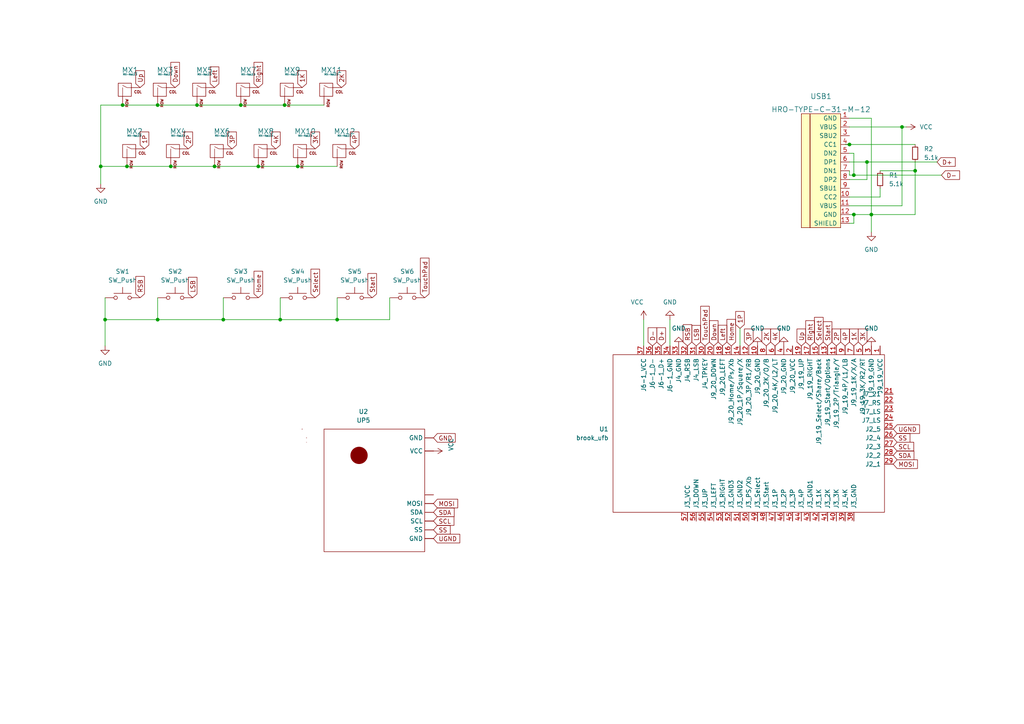
<source format=kicad_sch>
(kicad_sch (version 20211123) (generator eeschema)
  (paper "A4")
  (lib_symbols
    (symbol "Brook:UP5"
      (property "Reference" "U" (at 0 -1.27 0))
      (property "Value" "UP5" (at 26.67 -35.56 0))
      (symbol "UP5_0_1"
        (rectangle (start 3.81 2.54) (end 3.81 2.54))
        (rectangle (start 3.81 2.54) (end 3.81 2.54))
        (rectangle (start 3.81 2.54) (end 3.81 2.54))
        (rectangle (start 5.08 -1.27) (end 5.08 -1.27))
        (rectangle (start 5.08 0) (end 5.08 0))
        (rectangle (start 5.08 0) (end 5.08 0))
        (rectangle (start 10.16 2.54) (end 39.37 -33.02))
        (rectangle (start 20.32 -5.08) (end 20.32 -5.08) (stroke (width 5)))
      )
      (symbol "UP5_1_1"
        (pin bidirectional line (at 41.91 -16.51 180) (length 2.54) (name "") (number ""))
        (pin bidirectional line (at 41.91 -29.21 180) (length 2.54) (name "GND") (number ""))
        (pin bidirectional line (at 41.91 0 180) (length 2.54) (name "GND") (number ""))
        (pin bidirectional line (at 41.91 -19.05 180) (length 2.54) (name "MOSI") (number ""))
        (pin bidirectional line (at 41.91 -24.13 180) (length 2.54) (name "SCL") (number ""))
        (pin bidirectional line (at 41.91 -21.59 180) (length 2.54) (name "SDA") (number ""))
        (pin bidirectional line (at 41.91 -26.67 180) (length 2.54) (name "SS") (number ""))
        (pin bidirectional line (at 41.91 -3.81 180) (length 2.54) (name "VCC") (number ""))
      )
    )
    (symbol "Device:R_Small" (pin_numbers hide) (pin_names (offset 0.254) hide)
      (property "Reference" "R" (at 0.762 0.508 0))
      (property "Value" "R_Small" (at 0.762 -1.016 0))
      (symbol "R_Small_0_1"
        (rectangle (start -0.762 1.778) (end 0.762 -1.778) (stroke (width 0.2032)))
      )
      (symbol "R_Small_1_1"
        (pin passive line (at 0 2.54 270) (length 0.762) (name "~") (number "1"))
        (pin passive line (at 0 -2.54 90) (length 0.762) (name "~") (number "2"))
      )
    )
    (symbol "MX_Alps_Hybrid:MX-NoLED" (pin_names (offset 1.016))
      (property "Reference" "MX" (at -0.635 3.81 0))
      (property "Value" "MX-NoLED" (at -0.635 1.27 0))
      (symbol "MX-NoLED_0_0"
        (rectangle (start -2.54 2.54) (end 1.27 -1.27))
        (polyline (pts (xy -1.27 -1.27) (xy -1.27 1.27)) (stroke (width 0.127)))
        (polyline (pts (xy 1.27 1.27) (xy 0 1.27) (xy -1.27 1.905)) (stroke (width 0.127)))
        (text "COL" (at 3.175 0 0) (effects (font (size 0.762 0.762))))
        (text "ROW" (at 0 -1.905 900) (effects (font (size 0.762 0.762)) (justify right)))
      )
      (symbol "MX-NoLED_1_1"
        (pin passive line (at 3.81 1.27 180) (length 2.54) (name "COL") (number "1"))
        (pin passive line (at -1.27 -3.81 90) (length 2.54) (name "ROW") (number "2"))
      )
    )
    (symbol "Switch:SW_Push" (pin_numbers hide) (pin_names (offset 1.016) hide)
      (property "Reference" "SW" (at 1.27 2.54 0))
      (property "Value" "SW_Push" (at 0 -1.524 0))
      (symbol "SW_Push_0_1"
        (circle (center -2.032 0) (radius 0.508))
        (polyline (pts (xy 0 1.27) (xy 0 3.048)))
        (polyline (pts (xy 2.54 1.27) (xy -2.54 1.27)))
        (circle (center 2.032 0) (radius 0.508))
        (pin passive line (at -5.08 0 0) (length 2.54) (name "1") (number "1"))
        (pin passive line (at 5.08 0 180) (length 2.54) (name "2") (number "2"))
      )
    )
    (symbol "Type-C:HRO-TYPE-C-31-M-12" (pin_names (offset 1.016))
      (property "Reference" "USB" (at -5.08 16.51 0))
      (property "Value" "HRO-TYPE-C-31-M-12" (at -10.16 -1.27 90))
      (symbol "HRO-TYPE-C-31-M-12_0_1"
        (rectangle (start -11.43 15.24) (end -8.89 -17.78) (fill (type background)))
        (rectangle (start 0 -17.78) (end -8.89 15.24) (fill (type background)))
      )
      (symbol "HRO-TYPE-C-31-M-12_1_1"
        (pin input line (at 2.54 13.97 180) (length 2.54) (name "GND") (number "1"))
        (pin input line (at 2.54 -8.89 180) (length 2.54) (name "CC2") (number "10"))
        (pin input line (at 2.54 -11.43 180) (length 2.54) (name "VBUS") (number "11"))
        (pin input line (at 2.54 -13.97 180) (length 2.54) (name "GND") (number "12"))
        (pin input line (at 2.54 -16.51 180) (length 2.54) (name "SHIELD") (number "13"))
        (pin input line (at 2.54 11.43 180) (length 2.54) (name "VBUS") (number "2"))
        (pin input line (at 2.54 8.89 180) (length 2.54) (name "SBU2") (number "3"))
        (pin input line (at 2.54 6.35 180) (length 2.54) (name "CC1") (number "4"))
        (pin input line (at 2.54 3.81 180) (length 2.54) (name "DN2") (number "5"))
        (pin input line (at 2.54 1.27 180) (length 2.54) (name "DP1") (number "6"))
        (pin input line (at 2.54 -1.27 180) (length 2.54) (name "DN1") (number "7"))
        (pin input line (at 2.54 -3.81 180) (length 2.54) (name "DP2") (number "8"))
        (pin input line (at 2.54 -6.35 180) (length 2.54) (name "SBU1") (number "9"))
      )
    )
    (symbol "fight_board:brook_ufb" (pin_names (offset 1.016))
      (property "Reference" "U" (at 0 0 0))
      (property "Value" "brook_ufb" (at 0 0 0))
      (symbol "brook_ufb_0_1"
        (rectangle (start -39.37 22.86) (end 39.37 -22.86))
      )
      (symbol "brook_ufb_1_1"
        (pin input line (at 38.1 25.4 270) (length 2.54) (name "J9_19_VCC") (number "1"))
        (pin input line (at 2.54 25.4 270) (length 2.54) (name "J9_20_GND") (number "10"))
        (pin input line (at 25.4 25.4 270) (length 2.54) (name "J9_19_2P/Triangle/Y") (number "11"))
        (pin input line (at 0 25.4 270) (length 2.54) (name "J9_20_3P/R1/RB") (number "12"))
        (pin input line (at 22.86 25.4 270) (length 2.54) (name "J9_19_Start/Options") (number "13"))
        (pin input line (at -2.54 25.4 270) (length 2.54) (name "J9_20_1P/Square/X") (number "14"))
        (pin input line (at 20.32 25.4 270) (length 2.54) (name "J9_19_Select/Share/Back") (number "15"))
        (pin input line (at -5.08 25.4 270) (length 2.54) (name "J9_20_Home/Ps/Xb") (number "16"))
        (pin input line (at 17.78 25.4 270) (length 2.54) (name "J9_19_RIGHT") (number "17"))
        (pin input line (at -7.62 25.4 270) (length 2.54) (name "J9_20_LEFT") (number "18"))
        (pin input line (at 15.24 25.4 270) (length 2.54) (name "J9_19_UP") (number "19"))
        (pin input line (at 12.7 25.4 270) (length 2.54) (name "J9_20_VCC") (number "2"))
        (pin input line (at -10.16 25.4 270) (length 2.54) (name "J9_20_DOWN") (number "20"))
        (pin input line (at 41.91 11.43 180) (length 2.54) (name "J7_21") (number "21"))
        (pin input line (at 41.91 8.89 180) (length 2.54) (name "J7_RS") (number "22"))
        (pin input line (at 41.91 6.35 180) (length 2.54) (name "J7_LS") (number "23"))
        (pin input line (at 41.91 3.81 180) (length 2.54) (name "J7_LS") (number "24"))
        (pin input line (at 41.91 1.27 180) (length 2.54) (name "J2_5") (number "25"))
        (pin input line (at 41.91 -1.27 180) (length 2.54) (name "J2_4") (number "26"))
        (pin input line (at 41.91 -3.81 180) (length 2.54) (name "J2_3") (number "27"))
        (pin input line (at 41.91 -6.35 180) (length 2.54) (name "J2_2") (number "28"))
        (pin input line (at 41.91 -8.89 180) (length 2.54) (name "J2_1") (number "29"))
        (pin input line (at 35.56 25.4 270) (length 2.54) (name "J9_19_GND") (number "3"))
        (pin input line (at -12.7 25.4 270) (length 2.54) (name "J4_TPKEY") (number "30"))
        (pin input line (at -15.24 25.4 270) (length 2.54) (name "J4_LSB") (number "31"))
        (pin input line (at -17.78 25.4 270) (length 2.54) (name "J4_RSB") (number "32"))
        (pin input line (at -20.32 25.4 270) (length 2.54) (name "J4_GND") (number "33"))
        (pin input line (at -22.86 25.4 270) (length 2.54) (name "J6-1_GND") (number "34"))
        (pin input line (at -25.4 25.4 270) (length 2.54) (name "J6-1_D+") (number "35"))
        (pin input line (at -27.94 25.4 270) (length 2.54) (name "J6-1_D-") (number "36"))
        (pin input line (at -30.48 25.4 270) (length 2.54) (name "J6-1_VCC") (number "37"))
        (pin input line (at 30.48 -25.4 90) (length 2.54) (name "J3_GND") (number "38"))
        (pin input line (at 27.94 -25.4 90) (length 2.54) (name "J3_4K") (number "39"))
        (pin input line (at 10.16 25.4 270) (length 2.54) (name "J9_20_GND") (number "4"))
        (pin input line (at 25.4 -25.4 90) (length 2.54) (name "J3_3K") (number "40"))
        (pin input line (at 22.86 -25.4 90) (length 2.54) (name "J3_2K") (number "41"))
        (pin input line (at 20.32 -25.4 90) (length 2.54) (name "J3_1K") (number "42"))
        (pin input line (at 17.78 -25.4 90) (length 2.54) (name "J3_GND1") (number "43"))
        (pin input line (at 15.24 -25.4 90) (length 2.54) (name "J3_4P") (number "44"))
        (pin input line (at 12.7 -25.4 90) (length 2.54) (name "J3_3P") (number "45"))
        (pin input line (at 10.16 -25.4 90) (length 2.54) (name "J3_2P") (number "46"))
        (pin input line (at 7.62 -25.4 90) (length 2.54) (name "J3_1P") (number "47"))
        (pin input line (at 5.08 -25.4 90) (length 2.54) (name "J3_Start") (number "48"))
        (pin input line (at 2.54 -25.4 90) (length 2.54) (name "J3_Select") (number "49"))
        (pin input line (at 33.02 25.4 270) (length 2.54) (name "J9_19_3K/R2/RT") (number "5"))
        (pin input line (at 0 -25.4 90) (length 2.54) (name "J3_PS/Xb") (number "50"))
        (pin input line (at -2.54 -25.4 90) (length 2.54) (name "J3_GND2") (number "51"))
        (pin input line (at -5.08 -25.4 90) (length 2.54) (name "J3_GND3") (number "52"))
        (pin input line (at -7.62 -25.4 90) (length 2.54) (name "J3_RIGHT") (number "53"))
        (pin input line (at -10.16 -25.4 90) (length 2.54) (name "J3_LEFT") (number "54"))
        (pin input line (at -12.7 -25.4 90) (length 2.54) (name "J3_UP") (number "55"))
        (pin input line (at -15.24 -25.4 90) (length 2.54) (name "J3_DOWN") (number "56"))
        (pin input line (at -17.78 -25.4 90) (length 2.54) (name "J3_VCC") (number "57"))
        (pin input line (at 7.62 25.4 270) (length 2.54) (name "J9_20_4K/L2/LT") (number "6"))
        (pin input line (at 30.48 25.4 270) (length 2.54) (name "J9_19_1K/X/A") (number "7"))
        (pin input line (at 5.08 25.4 270) (length 2.54) (name "J9_20_2K/O/B") (number "8"))
        (pin input line (at 27.94 25.4 270) (length 2.54) (name "J9_19_4P/L1/LB") (number "9"))
      )
    )
    (symbol "power:GND" (power) (pin_names (offset 0))
      (property "Value" "GND" (at 0 -3.81 0))
      (symbol "GND_0_1"
        (polyline (pts (xy 0 0) (xy 0 -1.27) (xy 1.27 -1.27) (xy 0 -2.54) (xy -1.27 -1.27) (xy 0 -1.27)))
      )
      (symbol "GND_1_1"
        (pin power_in line (at 0 0 270) (length 0) hide (name "GND") (number "1"))
      )
    )
    (symbol "power:VCC" (power) (pin_names (offset 0))
      (property "Value" "VCC" (at 0 3.81 0))
      (symbol "VCC_0_1"
        (polyline (pts (xy -0.762 1.27) (xy 0 2.54)))
        (polyline (pts (xy 0 0) (xy 0 2.54)))
        (polyline (pts (xy 0 2.54) (xy 0.762 1.27)))
      )
      (symbol "VCC_1_1"
        (pin power_in line (at 0 0 90) (length 0) hide (name "VCC") (number "1"))
      )
    )
  )
  (junction (at 45.72 30.48))
  (junction (at 82.55 30.48))
  (junction (at 29.21 48.26))
  (junction (at 247.65 50.8))
  (junction (at 261.62 36.83))
  (junction (at 251.46 46.99))
  (junction (at 69.85 30.48))
  (junction (at 86.36 48.26))
  (junction (at 57.15 30.48))
  (junction (at 265.43 49.53))
  (junction (at 49.53 48.26))
  (junction (at 74.93 48.26))
  (junction (at 35.56 30.48))
  (junction (at 30.48 92.71))
  (junction (at 97.79 92.71))
  (junction (at 62.23 48.26))
  (junction (at 81.28 92.71))
  (junction (at 246.38 41.91))
  (junction (at 252.73 62.23))
  (junction (at 64.77 92.71))
  (junction (at 247.65 62.23))
  (junction (at 36.83 48.26))
  (junction (at 45.72 92.71))
  (wire (pts (xy 29.21 48.26) (xy 36.83 48.26)))
  (wire (pts (xy 246.38 44.45) (xy 247.65 44.45)))
  (wire (pts (xy 82.55 30.48) (xy 93.98 30.48)))
  (wire (pts (xy 246.38 50.8) (xy 246.38 49.53)))
  (wire (pts (xy 35.56 30.48) (xy 45.72 30.48)))
  (wire (pts (xy 246.38 46.99) (xy 251.46 46.99)))
  (wire (pts (xy 45.72 86.36) (xy 45.72 92.71)))
  (wire (pts (xy 261.62 59.69) (xy 261.62 36.83)))
  (wire (pts (xy 69.85 30.48) (xy 82.55 30.48)))
  (wire (pts (xy 97.79 86.36) (xy 97.79 92.71)))
  (wire (pts (xy 36.83 48.26) (xy 49.53 48.26)))
  (wire (pts (xy 74.93 48.26) (xy 86.36 48.26)))
  (wire (pts (xy 246.38 64.77) (xy 247.65 64.77)))
  (wire (pts (xy 81.28 92.71) (xy 97.79 92.71)))
  (wire (pts (xy 29.21 48.26) (xy 29.21 53.34)))
  (wire (pts (xy 186.69 92.71) (xy 186.69 100.33)))
  (wire (pts (xy 246.38 52.07) (xy 251.46 52.07)))
  (wire (pts (xy 265.43 62.23) (xy 252.73 62.23)))
  (wire (pts (xy 255.27 54.61) (xy 255.27 57.15)))
  (wire (pts (xy 49.53 48.26) (xy 62.23 48.26)))
  (wire (pts (xy 246.38 36.83) (xy 261.62 36.83)))
  (wire (pts (xy 246.38 34.29) (xy 252.73 34.29)))
  (wire (pts (xy 246.38 57.15) (xy 255.27 57.15)))
  (wire (pts (xy 64.77 92.71) (xy 45.72 92.71)))
  (wire (pts (xy 64.77 86.36) (xy 64.77 92.71)))
  (wire (pts (xy 246.38 50.8) (xy 247.65 50.8)))
  (wire (pts (xy 81.28 92.71) (xy 64.77 92.71)))
  (wire (pts (xy 246.38 59.69) (xy 261.62 59.69)))
  (wire (pts (xy 247.65 62.23) (xy 252.73 62.23)))
  (wire (pts (xy 194.31 92.71) (xy 194.31 100.33)))
  (wire (pts (xy 251.46 46.99) (xy 271.78 46.99)))
  (wire (pts (xy 30.48 86.36) (xy 30.48 92.71)))
  (wire (pts (xy 247.65 50.8) (xy 273.05 50.8)))
  (wire (pts (xy 245.11 41.91) (xy 246.38 41.91)))
  (wire (pts (xy 246.38 41.91) (xy 265.43 41.91)))
  (wire (pts (xy 247.65 44.45) (xy 247.65 50.8)))
  (wire (pts (xy 252.73 67.31) (xy 252.73 62.23)))
  (wire (pts (xy 261.62 36.83) (xy 262.89 36.83)))
  (wire (pts (xy 251.46 52.07) (xy 251.46 46.99)))
  (wire (pts (xy 30.48 92.71) (xy 30.48 100.33)))
  (wire (pts (xy 57.15 30.48) (xy 69.85 30.48)))
  (wire (pts (xy 45.72 30.48) (xy 57.15 30.48)))
  (wire (pts (xy 62.23 48.26) (xy 74.93 48.26)))
  (wire (pts (xy 265.43 46.99) (xy 265.43 49.53)))
  (wire (pts (xy 255.27 49.53) (xy 265.43 49.53)))
  (wire (pts (xy 86.36 48.26) (xy 97.79 48.26)))
  (wire (pts (xy 113.03 86.36) (xy 113.03 92.71)))
  (wire (pts (xy 29.21 30.48) (xy 29.21 48.26)))
  (wire (pts (xy 265.43 49.53) (xy 265.43 62.23)))
  (wire (pts (xy 252.73 62.23) (xy 252.73 34.29)))
  (wire (pts (xy 45.72 92.71) (xy 30.48 92.71)))
  (wire (pts (xy 247.65 64.77) (xy 247.65 62.23)))
  (wire (pts (xy 246.38 62.23) (xy 247.65 62.23)))
  (wire (pts (xy 214.63 95.25) (xy 214.63 100.33)))
  (wire (pts (xy 113.03 92.71) (xy 97.79 92.71)))
  (wire (pts (xy 29.21 30.48) (xy 35.56 30.48)))
  (wire (pts (xy 81.28 86.36) (xy 81.28 92.71)))
  (global_label "SCL" (shape input) (at 125.73 151.13 0) (property "Intersheet References" "${INTERSHEET_REFS}" (effects hide)))
  (global_label "1P" (shape input) (at 214.63 95.25 90) (property "Intersheet References" "${INTERSHEET_REFS}" (effects hide)))
  (global_label "Right" (shape input) (at 234.95 100.33 90) (property "Intersheet References" "${INTERSHEET_REFS}" (effects hide)))
  (global_label "SS" (shape input) (at 259.08 127 0) (property "Intersheet References" "${INTERSHEET_REFS}" (effects hide)))
  (global_label "3P" (shape input) (at 217.17 100.33 90) (property "Intersheet References" "${INTERSHEET_REFS}" (effects hide)))
  (global_label "UGND" (shape input) (at 259.08 124.46 0) (property "Intersheet References" "${INTERSHEET_REFS}" (effects hide)))
  (global_label "RSB" (shape input) (at 40.64 86.36 90) (property "Intersheet References" "${INTERSHEET_REFS}" (effects hide)))
  (global_label "Right" (shape input) (at 74.93 25.4 90) (property "Intersheet References" "${INTERSHEET_REFS}" (effects hide)))
  (global_label "SCL" (shape input) (at 259.08 129.54 0) (property "Intersheet References" "${INTERSHEET_REFS}" (effects hide)))
  (global_label "Left" (shape input) (at 62.23 25.4 90) (property "Intersheet References" "${INTERSHEET_REFS}" (effects hide)))
  (global_label "D+" (shape input) (at 271.78 46.99 0) (property "Intersheet References" "${INTERSHEET_REFS}" (effects hide)))
  (global_label "1K" (shape input) (at 87.63 25.4 90) (property "Intersheet References" "${INTERSHEET_REFS}" (effects hide)))
  (global_label "MOSI" (shape input) (at 259.08 134.62 0) (property "Intersheet References" "${INTERSHEET_REFS}" (effects hide)))
  (global_label "SS" (shape input) (at 125.73 153.67 0) (property "Intersheet References" "${INTERSHEET_REFS}" (effects hide)))
  (global_label "2P" (shape input) (at 54.61 43.18 90) (property "Intersheet References" "${INTERSHEET_REFS}" (effects hide)))
  (global_label "Home" (shape input) (at 212.09 100.33 90) (property "Intersheet References" "${INTERSHEET_REFS}" (effects hide)))
  (global_label "UGND" (shape input) (at 125.73 156.21 0) (property "Intersheet References" "${INTERSHEET_REFS}" (effects hide)))
  (global_label "Up" (shape input) (at 40.64 25.4 90) (property "Intersheet References" "${INTERSHEET_REFS}" (effects hide)))
  (global_label "SDA" (shape input) (at 259.08 132.08 0) (property "Intersheet References" "${INTERSHEET_REFS}" (effects hide)))
  (global_label "2K" (shape input) (at 99.06 25.4 90) (property "Intersheet References" "${INTERSHEET_REFS}" (effects hide)))
  (global_label "4P" (shape input) (at 102.87 43.18 90) (property "Intersheet References" "${INTERSHEET_REFS}" (effects hide)))
  (global_label "SDA" (shape input) (at 125.73 148.59 0) (property "Intersheet References" "${INTERSHEET_REFS}" (effects hide)))
  (global_label "3P" (shape input) (at 67.31 43.18 90) (property "Intersheet References" "${INTERSHEET_REFS}" (effects hide)))
  (global_label "D+" (shape input) (at 191.77 100.33 90) (property "Intersheet References" "${INTERSHEET_REFS}" (effects hide)))
  (global_label "Home" (shape input) (at 74.93 86.36 90) (property "Intersheet References" "${INTERSHEET_REFS}" (effects hide)))
  (global_label "LSB" (shape input) (at 55.88 86.36 90) (property "Intersheet References" "${INTERSHEET_REFS}" (effects hide)))
  (global_label "2P" (shape input) (at 242.57 100.33 90) (property "Intersheet References" "${INTERSHEET_REFS}" (effects hide)))
  (global_label "Start" (shape input) (at 107.95 86.36 90) (property "Intersheet References" "${INTERSHEET_REFS}" (effects hide)))
  (global_label "2K" (shape input) (at 222.25 100.33 90) (property "Intersheet References" "${INTERSHEET_REFS}" (effects hide)))
  (global_label "Start" (shape input) (at 240.03 100.33 90) (property "Intersheet References" "${INTERSHEET_REFS}" (effects hide)))
  (global_label "1K" (shape input) (at 247.65 100.33 90) (property "Intersheet References" "${INTERSHEET_REFS}" (effects hide)))
  (global_label "RSB" (shape input) (at 199.39 100.33 90) (property "Intersheet References" "${INTERSHEET_REFS}" (effects hide)))
  (global_label "1P" (shape input) (at 41.91 43.18 90) (property "Intersheet References" "${INTERSHEET_REFS}" (effects hide)))
  (global_label "Select" (shape input) (at 237.49 100.33 90) (property "Intersheet References" "${INTERSHEET_REFS}" (effects hide)))
  (global_label "Select" (shape input) (at 91.44 86.36 90) (property "Intersheet References" "${INTERSHEET_REFS}" (effects hide)))
  (global_label "D-" (shape input) (at 189.23 100.33 90) (property "Intersheet References" "${INTERSHEET_REFS}" (effects hide)))
  (global_label "4P" (shape input) (at 245.11 100.33 90) (property "Intersheet References" "${INTERSHEET_REFS}" (effects hide)))
  (global_label "MOSI" (shape input) (at 125.73 146.05 0) (property "Intersheet References" "${INTERSHEET_REFS}" (effects hide)))
  (global_label "LSB" (shape input) (at 201.93 100.33 90) (property "Intersheet References" "${INTERSHEET_REFS}" (effects hide)))
  (global_label "4K" (shape input) (at 80.01 43.18 90) (property "Intersheet References" "${INTERSHEET_REFS}" (effects hide)))
  (global_label "D-" (shape input) (at 273.05 50.8 0) (property "Intersheet References" "${INTERSHEET_REFS}" (effects hide)))
  (global_label "Down" (shape input) (at 207.01 100.33 90) (property "Intersheet References" "${INTERSHEET_REFS}" (effects hide)))
  (global_label "Down" (shape input) (at 50.8 25.4 90) (property "Intersheet References" "${INTERSHEET_REFS}" (effects hide)))
  (global_label "3K" (shape input) (at 250.19 100.33 90) (property "Intersheet References" "${INTERSHEET_REFS}" (effects hide)))
  (global_label "Up" (shape input) (at 232.41 100.33 90) (property "Intersheet References" "${INTERSHEET_REFS}" (effects hide)))
  (global_label "GND" (shape input) (at 125.73 127 0) (property "Intersheet References" "${INTERSHEET_REFS}" (effects hide)))
  (global_label "3K" (shape input) (at 91.44 43.18 90) (property "Intersheet References" "${INTERSHEET_REFS}" (effects hide)))
  (global_label "Left" (shape input) (at 209.55 100.33 90) (property "Intersheet References" "${INTERSHEET_REFS}" (effects hide)))
  (global_label "TouchPad" (shape input) (at 204.47 100.33 90) (property "Intersheet References" "${INTERSHEET_REFS}" (effects hide)))
  (global_label "4K" (shape input) (at 224.79 100.33 90) (property "Intersheet References" "${INTERSHEET_REFS}" (effects hide)))
  (global_label "TouchPad" (shape input) (at 123.19 86.36 90) (property "Intersheet References" "${INTERSHEET_REFS}" (effects hide)))
  (symbol (lib_id "power:GND") (at 252.73 67.31 0) (unit 1)
    (property "Reference" "#PWR0105" (effects hide))
    (property "Value" "GND" (at 252.73 72.39 0))
  )
  (symbol (lib_id "power:VCC") (at 125.73 130.81 270) (unit 1)
    (property "Reference" "#PWR0109" (effects hide))
    (property "Value" "VCC" (at 130.81 127 0) (effects (justify left)))
  )
  (symbol (lib_id "Switch:SW_Push") (at 35.56 86.36 0) (unit 1)
    (property "Reference" "SW1" (at 35.56 78.74 0))
    (property "Value" "SW_Push" (at 35.56 81.28 0))
    (property "Footprint" "Button_Switch_THT:SW_PUSH_6mm_H8.5mm" (effects hide))
  )
  (symbol (lib_id "power:GND") (at 219.71 100.33 180) (unit 1)
    (property "Reference" "#PWR0107" (effects hide))
    (property "Value" "GND" (at 219.71 95.25 0))
  )
  (symbol (lib_id "Switch:SW_Push") (at 118.11 86.36 0) (unit 1)
    (property "Reference" "SW6" (at 118.11 78.74 0))
    (property "Value" "SW_Push" (at 118.11 81.28 0))
    (property "Footprint" "Button_Switch_THT:SW_PUSH_6mm_H8.5mm" (effects hide))
  )
  (symbol (lib_id "MX_Alps_Hybrid:MX-NoLED") (at 63.5 44.45 0) (unit 1)
    (property "Reference" "MX6" (at 64.3856 38.1 0) (effects (font (size 1.524 1.524))))
    (property "Value" "MX-NoLED" (at 64.3856 39.37 0) (effects (font (size 0.508 0.508))))
    (property "Footprint" "Switch_Keyboard_Kailh:SW_Kailh_Choc_V2" (effects hide))
  )
  (symbol (lib_id "MX_Alps_Hybrid:MX-NoLED") (at 38.1 44.45 0) (unit 1)
    (property "Reference" "MX2" (at 38.9856 38.1 0) (effects (font (size 1.524 1.524))))
    (property "Value" "MX-NoLED" (at 38.9856 39.37 0) (effects (font (size 0.508 0.508))))
    (property "Footprint" "Switch_Keyboard_Kailh:SW_Kailh_Choc_V2" (effects hide))
  )
  (symbol (lib_id "power:VCC") (at 262.89 36.83 270) (unit 1)
    (property "Reference" "#PWR0108" (effects hide))
    (property "Value" "VCC" (at 266.7 36.8299 90) (effects (justify left)))
  )
  (symbol (lib_id "Device:R_Small") (at 265.43 44.45 0) (unit 1)
    (property "Reference" "R2" (at 267.97 43.1799 0) (effects (justify left)))
    (property "Value" "5.1k" (at 267.97 45.7199 0) (effects (justify left)))
    (property "Footprint" "Resistor_SMD:R_0805_2012Metric_Pad1.20x1.40mm_HandSolder" (effects hide))
  )
  (symbol (lib_id "MX_Alps_Hybrid:MX-NoLED") (at 58.42 26.67 0) (unit 1)
    (property "Reference" "MX5" (at 59.3056 20.32 0) (effects (font (size 1.524 1.524))))
    (property "Value" "MX-NoLED" (at 59.3056 21.59 0) (effects (font (size 0.508 0.508))))
    (property "Footprint" "Switch_Keyboard_Kailh:SW_Kailh_Choc_V2" (effects hide))
  )
  (symbol (lib_id "Switch:SW_Push") (at 69.85 86.36 0) (unit 1)
    (property "Reference" "SW3" (at 69.85 78.74 0))
    (property "Value" "SW_Push" (at 69.85 81.28 0))
    (property "Footprint" "Button_Switch_THT:SW_PUSH_6mm_H8.5mm" (effects hide))
  )
  (symbol (lib_id "power:VCC") (at 186.69 92.71 0) (unit 1)
    (property "Reference" "#PWR0101" (effects hide))
    (property "Value" "VCC" (at 182.88 87.63 0) (effects (justify left)))
  )
  (symbol (lib_id "Switch:SW_Push") (at 50.8 86.36 0) (unit 1)
    (property "Reference" "SW2" (at 50.8 78.74 0))
    (property "Value" "SW_Push" (at 50.8 81.28 0))
    (property "Footprint" "Button_Switch_THT:SW_PUSH_6mm_H8.5mm" (effects hide))
  )
  (symbol (lib_id "Switch:SW_Push") (at 86.36 86.36 0) (unit 1)
    (property "Reference" "SW4" (at 86.36 78.74 0))
    (property "Value" "SW_Push" (at 86.36 81.28 0))
    (property "Footprint" "Button_Switch_THT:SW_PUSH_6mm_H8.5mm" (effects hide))
  )
  (symbol (lib_id "power:GND") (at 227.33 100.33 180) (unit 1)
    (property "Reference" "#PWR0106" (effects hide))
    (property "Value" "GND" (at 227.33 95.25 0))
  )
  (symbol (lib_id "MX_Alps_Hybrid:MX-NoLED") (at 46.99 26.67 0) (unit 1)
    (property "Reference" "MX3" (at 47.8756 20.32 0) (effects (font (size 1.524 1.524))))
    (property "Value" "MX-NoLED" (at 47.8756 21.59 0) (effects (font (size 0.508 0.508))))
    (property "Footprint" "Switch_Keyboard_Kailh:SW_Kailh_Choc_V2" (effects hide))
  )
  (symbol (lib_id "fight_board:brook_ufb") (at 217.17 125.73 0) (unit 1)
    (property "Reference" "U1" (at 176.53 124.4599 0) (effects (justify right)))
    (property "Value" "brook_ufb" (at 176.53 126.9999 0) (effects (justify right)))
    (property "Footprint" "Brook_UFB:Brook_Universal_Fighting_Board" (effects hide))
  )
  (symbol (lib_id "MX_Alps_Hybrid:MX-NoLED") (at 83.82 26.67 0) (unit 1)
    (property "Reference" "MX9" (at 84.7056 20.32 0) (effects (font (size 1.524 1.524))))
    (property "Value" "MX-NoLED" (at 84.7056 21.59 0) (effects (font (size 0.508 0.508))))
    (property "Footprint" "Switch_Keyboard_Kailh:SW_Kailh_Choc_V2" (effects hide))
  )
  (symbol (lib_id "power:GND") (at 252.73 100.33 180) (unit 1)
    (property "Reference" "#PWR0114" (effects hide))
    (property "Value" "GND" (at 252.73 95.25 0))
  )
  (symbol (lib_id "MX_Alps_Hybrid:MX-NoLED") (at 71.12 26.67 0) (unit 1)
    (property "Reference" "MX7" (at 72.0056 20.32 0) (effects (font (size 1.524 1.524))))
    (property "Value" "MX-NoLED" (at 72.0056 21.59 0) (effects (font (size 0.508 0.508))))
    (property "Footprint" "Switch_Keyboard_Kailh:SW_Kailh_Choc_V2" (effects hide))
  )
  (symbol (lib_id "Device:R_Small") (at 255.27 52.07 0) (unit 1)
    (property "Reference" "R1" (at 257.81 50.7999 0) (effects (justify left)))
    (property "Value" "5.1k" (at 257.81 53.3399 0) (effects (justify left)))
    (property "Footprint" "Resistor_SMD:R_0805_2012Metric_Pad1.20x1.40mm_HandSolder" (effects hide))
  )
  (symbol (lib_id "MX_Alps_Hybrid:MX-NoLED") (at 76.2 44.45 0) (unit 1)
    (property "Reference" "MX8" (at 77.0856 38.1 0) (effects (font (size 1.524 1.524))))
    (property "Value" "MX-NoLED" (at 77.0856 39.37 0) (effects (font (size 0.508 0.508))))
    (property "Footprint" "Switch_Keyboard_Kailh:SW_Kailh_Choc_V2" (effects hide))
  )
  (symbol (lib_id "Switch:SW_Push") (at 102.87 86.36 0) (unit 1)
    (property "Reference" "SW5" (at 102.87 78.74 0))
    (property "Value" "SW_Push" (at 102.87 81.28 0))
    (property "Footprint" "Button_Switch_THT:SW_PUSH_6mm_H8.5mm" (effects hide))
  )
  (symbol (lib_id "Brook:UP5") (at 83.82 127 0) (unit 1)
    (property "Reference" "U2" (at 105.41 119.38 0))
    (property "Value" "UP5" (at 105.41 121.92 0))
    (property "Footprint" "Brook_UFB:UP5" (effects hide))
  )
  (symbol (lib_id "Type-C:HRO-TYPE-C-31-M-12") (at 243.84 48.26 0) (unit 1)
    (property "Reference" "USB1" (at 238.125 27.94 0) (effects (font (size 1.524 1.524))))
    (property "Value" "HRO-TYPE-C-31-M-12" (at 238.125 31.75 0) (effects (font (size 1.524 1.524))))
    (property "Footprint" "Type-C:HRO-TYPE-C-31-M-12-HandSoldering" (effects hide))
    (property "JLPCB Part" " C165948 " (effects hide))
  )
  (symbol (lib_id "power:GND") (at 194.31 92.71 180) (unit 1)
    (property "Reference" "#PWR0102" (effects hide))
    (property "Value" "GND" (at 194.31 87.63 0))
  )
  (symbol (lib_id "power:GND") (at 196.85 100.33 180) (unit 1)
    (property "Reference" "#PWR0115" (effects hide))
    (property "Value" "GND" (at 196.85 95.25 0))
  )
  (symbol (lib_id "MX_Alps_Hybrid:MX-NoLED") (at 87.63 44.45 0) (unit 1)
    (property "Reference" "MX10" (at 88.5156 38.1 0) (effects (font (size 1.524 1.524))))
    (property "Value" "MX-NoLED" (at 88.5156 39.37 0) (effects (font (size 0.508 0.508))))
    (property "Footprint" "Switch_Keyboard_Kailh:SW_Kailh_Choc_V2" (effects hide))
  )
  (symbol (lib_id "power:GND") (at 29.21 53.34 0) (unit 1)
    (property "Reference" "#PWR0103" (effects hide))
    (property "Value" "GND" (at 29.21 58.42 0))
  )
  (symbol (lib_id "MX_Alps_Hybrid:MX-NoLED") (at 50.8 44.45 0) (unit 1)
    (property "Reference" "MX4" (at 51.6856 38.1 0) (effects (font (size 1.524 1.524))))
    (property "Value" "MX-NoLED" (at 51.6856 39.37 0) (effects (font (size 0.508 0.508))))
    (property "Footprint" "Switch_Keyboard_Kailh:SW_Kailh_Choc_V2" (effects hide))
  )
  (symbol (lib_id "power:GND") (at 30.48 100.33 0) (unit 1)
    (property "Reference" "#PWR0104" (effects hide))
    (property "Value" "GND" (at 30.48 105.41 0))
  )
  (symbol (lib_id "MX_Alps_Hybrid:MX-NoLED") (at 95.25 26.67 0) (unit 1)
    (property "Reference" "MX11" (at 96.1356 20.32 0) (effects (font (size 1.524 1.524))))
    (property "Value" "MX-NoLED" (at 96.1356 21.59 0) (effects (font (size 0.508 0.508))))
    (property "Footprint" "Switch_Keyboard_Kailh:SW_Kailh_Choc_V2" (effects hide))
  )
  (symbol (lib_id "MX_Alps_Hybrid:MX-NoLED") (at 99.06 44.45 0) (unit 1)
    (property "Reference" "MX12" (at 99.9456 38.1 0) (effects (font (size 1.524 1.524))))
    (property "Value" "MX-NoLED" (at 99.9456 39.37 0) (effects (font (size 0.508 0.508))))
    (property "Footprint" "Switch_Keyboard_Kailh:SW_Kailh_Choc_V2" (effects hide))
  )
  (symbol (lib_id "MX_Alps_Hybrid:MX-NoLED") (at 36.83 26.67 0) (unit 1)
    (property "Reference" "MX1" (at 37.7156 20.32 0) (effects (font (size 1.524 1.524))))
    (property "Value" "MX-NoLED" (at 37.7156 21.59 0) (effects (font (size 0.508 0.508))))
    (property "Footprint" "Switch_Keyboard_Kailh:SW_Kailh_Choc_V2" (effects hide))
  )
)
</source>
